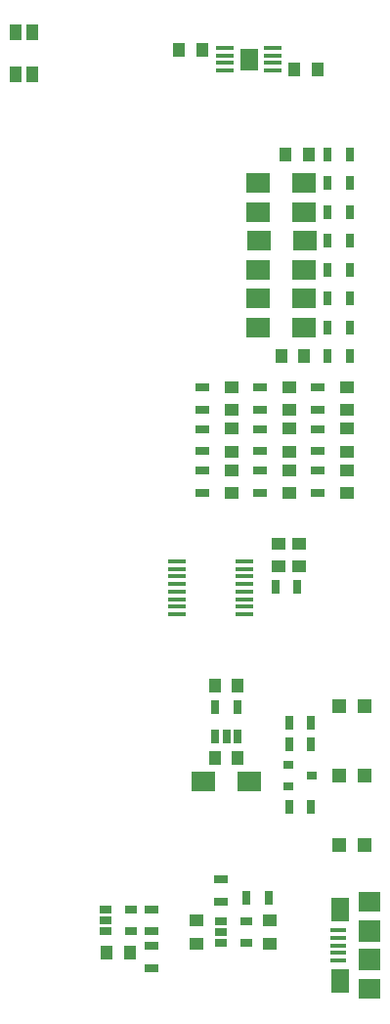
<source format=gbr>
G04 #@! TF.FileFunction,Paste,Top*
%FSLAX46Y46*%
G04 Gerber Fmt 4.6, Leading zero omitted, Abs format (unit mm)*
G04 Created by KiCad (PCBNEW 4.0.7) date 02/20/18 20:02:19*
%MOMM*%
%LPD*%
G01*
G04 APERTURE LIST*
%ADD10C,0.100000*%
%ADD11R,1.500000X0.450000*%
%ADD12R,1.200000X1.200000*%
%ADD13R,1.050000X1.400000*%
%ADD14R,1.600000X0.400000*%
%ADD15R,1.570000X1.890000*%
%ADD16R,1.350000X0.400000*%
%ADD17R,1.600000X2.100000*%
%ADD18R,1.900000X1.800000*%
%ADD19R,1.900000X1.900000*%
%ADD20R,1.250000X1.000000*%
%ADD21R,1.000000X1.250000*%
%ADD22R,0.900000X0.800000*%
%ADD23R,1.300000X0.700000*%
%ADD24R,0.700000X1.300000*%
%ADD25R,1.060000X0.650000*%
%ADD26R,0.650000X1.220000*%
%ADD27R,2.000000X1.700000*%
G04 APERTURE END LIST*
D10*
D11*
X231950000Y-119125000D03*
X231950000Y-118475000D03*
X231950000Y-117825000D03*
X231950000Y-117175000D03*
X231950000Y-116525000D03*
X231950000Y-115875000D03*
X231950000Y-115225000D03*
X231950000Y-114575000D03*
X226050000Y-114575000D03*
X226050000Y-115225000D03*
X226050000Y-115875000D03*
X226050000Y-116525000D03*
X226050000Y-117175000D03*
X226050000Y-117825000D03*
X226050000Y-118475000D03*
X226050000Y-119125000D03*
D12*
X242300000Y-139100000D03*
X240100000Y-139100000D03*
D13*
X213525000Y-68800000D03*
X213525000Y-72400000D03*
X212075000Y-68800000D03*
X212075000Y-72400000D03*
D14*
X234400000Y-72075000D03*
X234400000Y-71425000D03*
X234400000Y-70775000D03*
X234400000Y-70125000D03*
X230200000Y-70125000D03*
X230200000Y-70775000D03*
X230200000Y-71425000D03*
X230200000Y-72075000D03*
D15*
X232300000Y-71100000D03*
D16*
X240075000Y-149100000D03*
X240075000Y-148450000D03*
X240075000Y-147800000D03*
X240075000Y-147150000D03*
X240075000Y-146500000D03*
D17*
X240200000Y-150900000D03*
X240200000Y-144700000D03*
D18*
X242750000Y-151600000D03*
X242750000Y-144000000D03*
D19*
X242750000Y-149000000D03*
X242750000Y-146600000D03*
D20*
X234150000Y-147650000D03*
X234150000Y-145650000D03*
D21*
X222000000Y-148400000D03*
X220000000Y-148400000D03*
X229350000Y-131600000D03*
X231350000Y-131600000D03*
D20*
X227750000Y-147650000D03*
X227750000Y-145650000D03*
X236650000Y-115000000D03*
X236650000Y-113000000D03*
X234850000Y-115000000D03*
X234850000Y-113000000D03*
D21*
X229350000Y-125350000D03*
X231350000Y-125350000D03*
D20*
X240775000Y-106675000D03*
X240775000Y-108675000D03*
X235775000Y-106675000D03*
X235775000Y-108675000D03*
X230775000Y-106675000D03*
X230775000Y-108675000D03*
X240775000Y-103075000D03*
X240775000Y-105075000D03*
X235775000Y-103075000D03*
X235775000Y-105075000D03*
X230775000Y-103075000D03*
X230775000Y-105075000D03*
X240775000Y-99475000D03*
X240775000Y-101475000D03*
X235775000Y-99475000D03*
X235775000Y-101475000D03*
X230775000Y-99475000D03*
X230775000Y-101475000D03*
D21*
X235100000Y-96800000D03*
X237100000Y-96800000D03*
X237500000Y-79300000D03*
X235500000Y-79300000D03*
X236250000Y-71950000D03*
X238250000Y-71950000D03*
X228250000Y-70250000D03*
X226250000Y-70250000D03*
D22*
X235750000Y-132150000D03*
X235750000Y-134050000D03*
X237750000Y-133100000D03*
D23*
X223850000Y-149750000D03*
X223850000Y-147850000D03*
X223850000Y-146600000D03*
X223850000Y-144700000D03*
X229850000Y-142100000D03*
X229850000Y-144000000D03*
D24*
X237700000Y-130400000D03*
X235800000Y-130400000D03*
X235800000Y-135800000D03*
X237700000Y-135800000D03*
X232100000Y-143650000D03*
X234000000Y-143650000D03*
X236500000Y-116750000D03*
X234600000Y-116750000D03*
D23*
X238275000Y-106725000D03*
X238275000Y-108625000D03*
X233275000Y-106725000D03*
X233275000Y-108625000D03*
X228275000Y-106725000D03*
X228275000Y-108625000D03*
X238275000Y-103125000D03*
X238275000Y-105025000D03*
X233275000Y-103125000D03*
X233275000Y-105025000D03*
X228275000Y-103125000D03*
X228275000Y-105025000D03*
D24*
X237700000Y-128550000D03*
X235800000Y-128550000D03*
D23*
X238275000Y-99525000D03*
X238275000Y-101425000D03*
X233275000Y-99525000D03*
X233275000Y-101425000D03*
X228275000Y-99525000D03*
X228275000Y-101425000D03*
D24*
X241050000Y-89300000D03*
X239150000Y-89300000D03*
X241050000Y-91800000D03*
X239150000Y-91800000D03*
X241050000Y-94300000D03*
X239150000Y-94300000D03*
X241050000Y-96800000D03*
X239150000Y-96800000D03*
X241050000Y-79300000D03*
X239150000Y-79300000D03*
X241050000Y-81800000D03*
X239150000Y-81800000D03*
X241050000Y-84300000D03*
X239150000Y-84300000D03*
X241050000Y-86800000D03*
X239150000Y-86800000D03*
D25*
X219900000Y-144700000D03*
X219900000Y-145650000D03*
X219900000Y-146600000D03*
X222100000Y-146600000D03*
X222100000Y-144700000D03*
X229850000Y-145700000D03*
X229850000Y-146650000D03*
X229850000Y-147600000D03*
X232050000Y-147600000D03*
X232050000Y-145700000D03*
D26*
X229400000Y-129760000D03*
X230350000Y-129760000D03*
X231300000Y-129760000D03*
X231300000Y-127140000D03*
X229400000Y-127140000D03*
D27*
X232350000Y-133650000D03*
X228350000Y-133650000D03*
X237100000Y-94300000D03*
X233100000Y-94300000D03*
X237100000Y-91800000D03*
X233100000Y-91800000D03*
X237100000Y-89300000D03*
X233100000Y-89300000D03*
X233150000Y-86800000D03*
X237150000Y-86800000D03*
X233100000Y-84300000D03*
X237100000Y-84300000D03*
X233100000Y-81800000D03*
X237100000Y-81800000D03*
D12*
X242300000Y-133100000D03*
X240100000Y-133100000D03*
X242300000Y-127100000D03*
X240100000Y-127100000D03*
M02*

</source>
